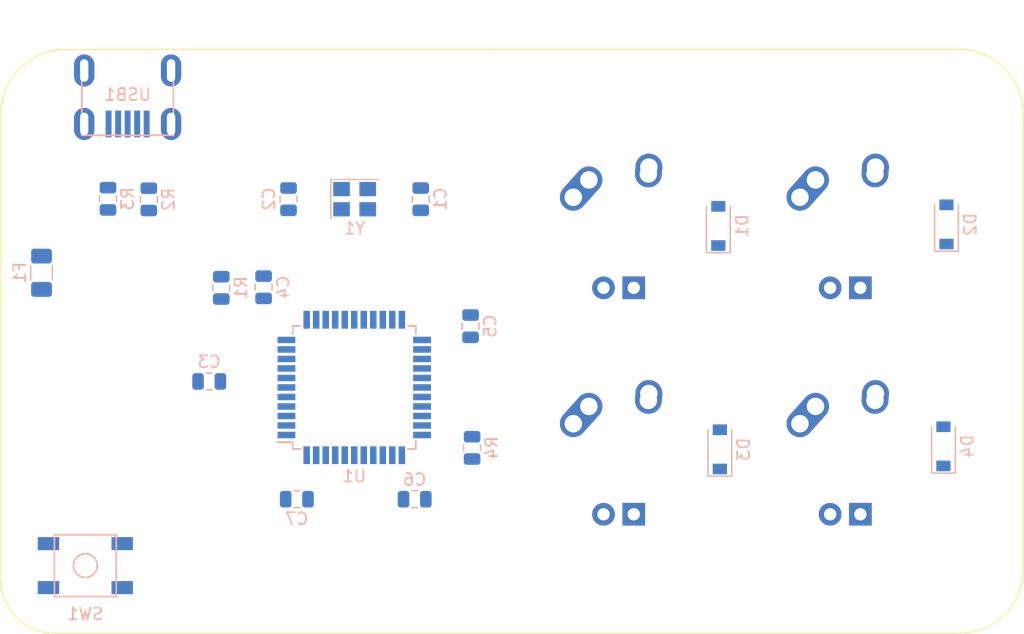
<source format=kicad_pcb>
(kicad_pcb (version 20171130) (host pcbnew "(5.1.4)-1")

  (general
    (thickness 1.6)
    (drawings 8)
    (tracks 0)
    (zones 0)
    (modules 24)
    (nets 47)
  )

  (page A4)
  (layers
    (0 F.Cu signal)
    (31 B.Cu signal)
    (32 B.Adhes user)
    (33 F.Adhes user)
    (34 B.Paste user)
    (35 F.Paste user)
    (36 B.SilkS user)
    (37 F.SilkS user)
    (38 B.Mask user)
    (39 F.Mask user)
    (40 Dwgs.User user)
    (41 Cmts.User user)
    (42 Eco1.User user)
    (43 Eco2.User user)
    (44 Edge.Cuts user)
    (45 Margin user)
    (46 B.CrtYd user)
    (47 F.CrtYd user)
    (48 B.Fab user)
    (49 F.Fab user)
  )

  (setup
    (last_trace_width 0.25)
    (trace_clearance 0.2)
    (zone_clearance 0.508)
    (zone_45_only no)
    (trace_min 0.2)
    (via_size 0.8)
    (via_drill 0.4)
    (via_min_size 0.4)
    (via_min_drill 0.3)
    (uvia_size 0.3)
    (uvia_drill 0.1)
    (uvias_allowed no)
    (uvia_min_size 0.2)
    (uvia_min_drill 0.1)
    (edge_width 0.05)
    (segment_width 0.2)
    (pcb_text_width 0.3)
    (pcb_text_size 1.5 1.5)
    (mod_edge_width 0.12)
    (mod_text_size 1 1)
    (mod_text_width 0.15)
    (pad_size 1.524 1.524)
    (pad_drill 0.762)
    (pad_to_mask_clearance 0.051)
    (solder_mask_min_width 0.25)
    (aux_axis_origin 0 0)
    (visible_elements 7FFFFFFF)
    (pcbplotparams
      (layerselection 0x010fc_ffffffff)
      (usegerberextensions false)
      (usegerberattributes false)
      (usegerberadvancedattributes false)
      (creategerberjobfile false)
      (excludeedgelayer true)
      (linewidth 0.100000)
      (plotframeref false)
      (viasonmask false)
      (mode 1)
      (useauxorigin false)
      (hpglpennumber 1)
      (hpglpenspeed 20)
      (hpglpendiameter 15.000000)
      (psnegative false)
      (psa4output false)
      (plotreference true)
      (plotvalue true)
      (plotinvisibletext false)
      (padsonsilk false)
      (subtractmaskfromsilk false)
      (outputformat 1)
      (mirror false)
      (drillshape 1)
      (scaleselection 1)
      (outputdirectory ""))
  )

  (net 0 "")
  (net 1 GND)
  (net 2 +5V)
  (net 3 "Net-(C2-Pad1)")
  (net 4 "Net-(C3-Pad1)")
  (net 5 "Net-(D1-Pad2)")
  (net 6 ROW0)
  (net 7 "Net-(D2-Pad2)")
  (net 8 ROW1)
  (net 9 "Net-(D3-Pad2)")
  (net 10 "Net-(D4-Pad2)")
  (net 11 VCC)
  (net 12 COL0)
  (net 13 COL1)
  (net 14 D-)
  (net 15 D+)
  (net 16 "Net-(R2-Pad1)")
  (net 17 "Net-(R4-Pad1)")
  (net 18 "Net-(U1-Pad24)")
  (net 19 "Net-(U1-Pad15)")
  (net 20 "Net-(U1-Pad42)")
  (net 21 "Net-(U1-Pad41)")
  (net 22 "Net-(U1-Pad40)")
  (net 23 "Net-(U1-Pad39)")
  (net 24 "Net-(U1-Pad38)")
  (net 25 "Net-(U1-Pad37)")
  (net 26 "Net-(U1-Pad36)")
  (net 27 "Net-(U1-Pad32)")
  (net 28 "Net-(U1-Pad31)")
  (net 29 "Net-(U1-Pad26)")
  (net 30 "Net-(U1-Pad25)")
  (net 31 "Net-(U1-Pad22)")
  (net 32 "Net-(U1-Pad21)")
  (net 33 "Net-(U1-Pad20)")
  (net 34 "Net-(U1-Pad19)")
  (net 35 "Net-(U1-Pad18)")
  (net 36 "Net-(U1-Pad12)")
  (net 37 "Net-(U1-Pad11)")
  (net 38 "Net-(U1-Pad10)")
  (net 39 "Net-(U1-Pad9)")
  (net 40 "Net-(U1-Pad8)")
  (net 41 "Net-(U1-Pad1)")
  (net 42 "Net-(USB1-Pad6)")
  (net 43 "Net-(USB1-Pad2)")
  (net 44 "Net-(C1-Pad1)")
  (net 45 "Net-(R1-Pad2)")
  (net 46 "Net-(R3-Pad1)")

  (net_class Default "This is the default net class."
    (clearance 0.2)
    (trace_width 0.25)
    (via_dia 0.8)
    (via_drill 0.4)
    (uvia_dia 0.3)
    (uvia_drill 0.1)
    (add_net +5V)
    (add_net COL0)
    (add_net COL1)
    (add_net D+)
    (add_net D-)
    (add_net GND)
    (add_net "Net-(C1-Pad1)")
    (add_net "Net-(C2-Pad1)")
    (add_net "Net-(C3-Pad1)")
    (add_net "Net-(D1-Pad2)")
    (add_net "Net-(D2-Pad2)")
    (add_net "Net-(D3-Pad2)")
    (add_net "Net-(D4-Pad2)")
    (add_net "Net-(R1-Pad2)")
    (add_net "Net-(R2-Pad1)")
    (add_net "Net-(R3-Pad1)")
    (add_net "Net-(R4-Pad1)")
    (add_net "Net-(U1-Pad1)")
    (add_net "Net-(U1-Pad10)")
    (add_net "Net-(U1-Pad11)")
    (add_net "Net-(U1-Pad12)")
    (add_net "Net-(U1-Pad15)")
    (add_net "Net-(U1-Pad18)")
    (add_net "Net-(U1-Pad19)")
    (add_net "Net-(U1-Pad20)")
    (add_net "Net-(U1-Pad21)")
    (add_net "Net-(U1-Pad22)")
    (add_net "Net-(U1-Pad24)")
    (add_net "Net-(U1-Pad25)")
    (add_net "Net-(U1-Pad26)")
    (add_net "Net-(U1-Pad31)")
    (add_net "Net-(U1-Pad32)")
    (add_net "Net-(U1-Pad36)")
    (add_net "Net-(U1-Pad37)")
    (add_net "Net-(U1-Pad38)")
    (add_net "Net-(U1-Pad39)")
    (add_net "Net-(U1-Pad40)")
    (add_net "Net-(U1-Pad41)")
    (add_net "Net-(U1-Pad42)")
    (add_net "Net-(U1-Pad8)")
    (add_net "Net-(U1-Pad9)")
    (add_net "Net-(USB1-Pad2)")
    (add_net "Net-(USB1-Pad6)")
    (add_net ROW0)
    (add_net ROW1)
    (add_net VCC)
  )

  (module MX_Alps_Hybrid:MX-1U (layer F.Cu) (tedit 5A9F3A9A) (tstamp 635D44DC)
    (at 112.014 93.599)
    (path /635F22EE)
    (fp_text reference MX4 (at 0 3.175) (layer Dwgs.User)
      (effects (font (size 1 1) (thickness 0.15)))
    )
    (fp_text value MX-NoLED (at 0 -7.9375) (layer Dwgs.User)
      (effects (font (size 1 1) (thickness 0.15)))
    )
    (fp_line (start -9.525 9.525) (end -9.525 -9.525) (layer Dwgs.User) (width 0.15))
    (fp_line (start 9.525 9.525) (end -9.525 9.525) (layer Dwgs.User) (width 0.15))
    (fp_line (start 9.525 -9.525) (end 9.525 9.525) (layer Dwgs.User) (width 0.15))
    (fp_line (start -9.525 -9.525) (end 9.525 -9.525) (layer Dwgs.User) (width 0.15))
    (fp_line (start -7 -7) (end -7 -5) (layer Dwgs.User) (width 0.15))
    (fp_line (start -5 -7) (end -7 -7) (layer Dwgs.User) (width 0.15))
    (fp_line (start -7 7) (end -5 7) (layer Dwgs.User) (width 0.15))
    (fp_line (start -7 5) (end -7 7) (layer Dwgs.User) (width 0.15))
    (fp_line (start 7 7) (end 7 5) (layer Dwgs.User) (width 0.15))
    (fp_line (start 5 7) (end 7 7) (layer Dwgs.User) (width 0.15))
    (fp_line (start 7 -7) (end 7 -5) (layer Dwgs.User) (width 0.15))
    (fp_line (start 5 -7) (end 7 -7) (layer Dwgs.User) (width 0.15))
    (pad "" np_thru_hole circle (at 5.08 0 48.0996) (size 1.75 1.75) (drill 1.75) (layers *.Cu *.Mask))
    (pad "" np_thru_hole circle (at -5.08 0 48.0996) (size 1.75 1.75) (drill 1.75) (layers *.Cu *.Mask))
    (pad 4 thru_hole rect (at 1.27 5.08) (size 1.905 1.905) (drill 1.04) (layers *.Cu B.Mask))
    (pad 3 thru_hole circle (at -1.27 5.08) (size 1.905 1.905) (drill 1.04) (layers *.Cu B.Mask))
    (pad 1 thru_hole circle (at -2.5 -4) (size 2.25 2.25) (drill 1.47) (layers *.Cu B.Mask)
      (net 13 COL1))
    (pad "" np_thru_hole circle (at 0 0) (size 3.9878 3.9878) (drill 3.9878) (layers *.Cu *.Mask))
    (pad 1 thru_hole oval (at -3.81 -2.54 48.0996) (size 4.211556 2.25) (drill 1.47 (offset 0.980778 0)) (layers *.Cu B.Mask)
      (net 13 COL1))
    (pad 2 thru_hole circle (at 2.54 -5.08) (size 2.25 2.25) (drill 1.47) (layers *.Cu B.Mask)
      (net 10 "Net-(D4-Pad2)"))
    (pad 2 thru_hole oval (at 2.5 -4.5 86.0548) (size 2.831378 2.25) (drill 1.47 (offset 0.290689 0)) (layers *.Cu B.Mask)
      (net 10 "Net-(D4-Pad2)"))
  )

  (module MX_Alps_Hybrid:MX-1U (layer F.Cu) (tedit 5A9F3A9A) (tstamp 635D44C3)
    (at 92.964 93.599)
    (path /635F1F43)
    (fp_text reference MX3 (at 0 3.175) (layer Dwgs.User)
      (effects (font (size 1 1) (thickness 0.15)))
    )
    (fp_text value MX-NoLED (at 0 -7.9375) (layer Dwgs.User)
      (effects (font (size 1 1) (thickness 0.15)))
    )
    (fp_line (start -9.525 9.525) (end -9.525 -9.525) (layer Dwgs.User) (width 0.15))
    (fp_line (start 9.525 9.525) (end -9.525 9.525) (layer Dwgs.User) (width 0.15))
    (fp_line (start 9.525 -9.525) (end 9.525 9.525) (layer Dwgs.User) (width 0.15))
    (fp_line (start -9.525 -9.525) (end 9.525 -9.525) (layer Dwgs.User) (width 0.15))
    (fp_line (start -7 -7) (end -7 -5) (layer Dwgs.User) (width 0.15))
    (fp_line (start -5 -7) (end -7 -7) (layer Dwgs.User) (width 0.15))
    (fp_line (start -7 7) (end -5 7) (layer Dwgs.User) (width 0.15))
    (fp_line (start -7 5) (end -7 7) (layer Dwgs.User) (width 0.15))
    (fp_line (start 7 7) (end 7 5) (layer Dwgs.User) (width 0.15))
    (fp_line (start 5 7) (end 7 7) (layer Dwgs.User) (width 0.15))
    (fp_line (start 7 -7) (end 7 -5) (layer Dwgs.User) (width 0.15))
    (fp_line (start 5 -7) (end 7 -7) (layer Dwgs.User) (width 0.15))
    (pad "" np_thru_hole circle (at 5.08 0 48.0996) (size 1.75 1.75) (drill 1.75) (layers *.Cu *.Mask))
    (pad "" np_thru_hole circle (at -5.08 0 48.0996) (size 1.75 1.75) (drill 1.75) (layers *.Cu *.Mask))
    (pad 4 thru_hole rect (at 1.27 5.08) (size 1.905 1.905) (drill 1.04) (layers *.Cu B.Mask))
    (pad 3 thru_hole circle (at -1.27 5.08) (size 1.905 1.905) (drill 1.04) (layers *.Cu B.Mask))
    (pad 1 thru_hole circle (at -2.5 -4) (size 2.25 2.25) (drill 1.47) (layers *.Cu B.Mask)
      (net 12 COL0))
    (pad "" np_thru_hole circle (at 0 0) (size 3.9878 3.9878) (drill 3.9878) (layers *.Cu *.Mask))
    (pad 1 thru_hole oval (at -3.81 -2.54 48.0996) (size 4.211556 2.25) (drill 1.47 (offset 0.980778 0)) (layers *.Cu B.Mask)
      (net 12 COL0))
    (pad 2 thru_hole circle (at 2.54 -5.08) (size 2.25 2.25) (drill 1.47) (layers *.Cu B.Mask)
      (net 9 "Net-(D3-Pad2)"))
    (pad 2 thru_hole oval (at 2.5 -4.5 86.0548) (size 2.831378 2.25) (drill 1.47 (offset 0.290689 0)) (layers *.Cu B.Mask)
      (net 9 "Net-(D3-Pad2)"))
  )

  (module MX_Alps_Hybrid:MX-1U (layer F.Cu) (tedit 5A9F3A9A) (tstamp 635D44AA)
    (at 112.014 74.549)
    (path /635F1509)
    (fp_text reference MX2 (at 0 3.175) (layer Dwgs.User)
      (effects (font (size 1 1) (thickness 0.15)))
    )
    (fp_text value MX-NoLED (at 0 -7.9375) (layer Dwgs.User)
      (effects (font (size 1 1) (thickness 0.15)))
    )
    (fp_line (start -9.525 9.525) (end -9.525 -9.525) (layer Dwgs.User) (width 0.15))
    (fp_line (start 9.525 9.525) (end -9.525 9.525) (layer Dwgs.User) (width 0.15))
    (fp_line (start 9.525 -9.525) (end 9.525 9.525) (layer Dwgs.User) (width 0.15))
    (fp_line (start -9.525 -9.525) (end 9.525 -9.525) (layer Dwgs.User) (width 0.15))
    (fp_line (start -7 -7) (end -7 -5) (layer Dwgs.User) (width 0.15))
    (fp_line (start -5 -7) (end -7 -7) (layer Dwgs.User) (width 0.15))
    (fp_line (start -7 7) (end -5 7) (layer Dwgs.User) (width 0.15))
    (fp_line (start -7 5) (end -7 7) (layer Dwgs.User) (width 0.15))
    (fp_line (start 7 7) (end 7 5) (layer Dwgs.User) (width 0.15))
    (fp_line (start 5 7) (end 7 7) (layer Dwgs.User) (width 0.15))
    (fp_line (start 7 -7) (end 7 -5) (layer Dwgs.User) (width 0.15))
    (fp_line (start 5 -7) (end 7 -7) (layer Dwgs.User) (width 0.15))
    (pad "" np_thru_hole circle (at 5.08 0 48.0996) (size 1.75 1.75) (drill 1.75) (layers *.Cu *.Mask))
    (pad "" np_thru_hole circle (at -5.08 0 48.0996) (size 1.75 1.75) (drill 1.75) (layers *.Cu *.Mask))
    (pad 4 thru_hole rect (at 1.27 5.08) (size 1.905 1.905) (drill 1.04) (layers *.Cu B.Mask))
    (pad 3 thru_hole circle (at -1.27 5.08) (size 1.905 1.905) (drill 1.04) (layers *.Cu B.Mask))
    (pad 1 thru_hole circle (at -2.5 -4) (size 2.25 2.25) (drill 1.47) (layers *.Cu B.Mask)
      (net 13 COL1))
    (pad "" np_thru_hole circle (at 0 0) (size 3.9878 3.9878) (drill 3.9878) (layers *.Cu *.Mask))
    (pad 1 thru_hole oval (at -3.81 -2.54 48.0996) (size 4.211556 2.25) (drill 1.47 (offset 0.980778 0)) (layers *.Cu B.Mask)
      (net 13 COL1))
    (pad 2 thru_hole circle (at 2.54 -5.08) (size 2.25 2.25) (drill 1.47) (layers *.Cu B.Mask)
      (net 7 "Net-(D2-Pad2)"))
    (pad 2 thru_hole oval (at 2.5 -4.5 86.0548) (size 2.831378 2.25) (drill 1.47 (offset 0.290689 0)) (layers *.Cu B.Mask)
      (net 7 "Net-(D2-Pad2)"))
  )

  (module MX_Alps_Hybrid:MX-1U (layer F.Cu) (tedit 5A9F3A9A) (tstamp 635D4491)
    (at 92.964 74.549)
    (path /635F094D)
    (fp_text reference MX1 (at 0 3.175) (layer Dwgs.User)
      (effects (font (size 1 1) (thickness 0.15)))
    )
    (fp_text value MX-NoLED (at 0 -7.9375) (layer Dwgs.User)
      (effects (font (size 1 1) (thickness 0.15)))
    )
    (fp_line (start -9.525 9.525) (end -9.525 -9.525) (layer Dwgs.User) (width 0.15))
    (fp_line (start 9.525 9.525) (end -9.525 9.525) (layer Dwgs.User) (width 0.15))
    (fp_line (start 9.525 -9.525) (end 9.525 9.525) (layer Dwgs.User) (width 0.15))
    (fp_line (start -9.525 -9.525) (end 9.525 -9.525) (layer Dwgs.User) (width 0.15))
    (fp_line (start -7 -7) (end -7 -5) (layer Dwgs.User) (width 0.15))
    (fp_line (start -5 -7) (end -7 -7) (layer Dwgs.User) (width 0.15))
    (fp_line (start -7 7) (end -5 7) (layer Dwgs.User) (width 0.15))
    (fp_line (start -7 5) (end -7 7) (layer Dwgs.User) (width 0.15))
    (fp_line (start 7 7) (end 7 5) (layer Dwgs.User) (width 0.15))
    (fp_line (start 5 7) (end 7 7) (layer Dwgs.User) (width 0.15))
    (fp_line (start 7 -7) (end 7 -5) (layer Dwgs.User) (width 0.15))
    (fp_line (start 5 -7) (end 7 -7) (layer Dwgs.User) (width 0.15))
    (pad "" np_thru_hole circle (at 5.08 0 48.0996) (size 1.75 1.75) (drill 1.75) (layers *.Cu *.Mask))
    (pad "" np_thru_hole circle (at -5.08 0 48.0996) (size 1.75 1.75) (drill 1.75) (layers *.Cu *.Mask))
    (pad 4 thru_hole rect (at 1.27 5.08) (size 1.905 1.905) (drill 1.04) (layers *.Cu B.Mask))
    (pad 3 thru_hole circle (at -1.27 5.08) (size 1.905 1.905) (drill 1.04) (layers *.Cu B.Mask))
    (pad 1 thru_hole circle (at -2.5 -4) (size 2.25 2.25) (drill 1.47) (layers *.Cu B.Mask)
      (net 12 COL0))
    (pad "" np_thru_hole circle (at 0 0) (size 3.9878 3.9878) (drill 3.9878) (layers *.Cu *.Mask))
    (pad 1 thru_hole oval (at -3.81 -2.54 48.0996) (size 4.211556 2.25) (drill 1.47 (offset 0.980778 0)) (layers *.Cu B.Mask)
      (net 12 COL0))
    (pad 2 thru_hole circle (at 2.54 -5.08) (size 2.25 2.25) (drill 1.47) (layers *.Cu B.Mask)
      (net 5 "Net-(D1-Pad2)"))
    (pad 2 thru_hole oval (at 2.5 -4.5 86.0548) (size 2.831378 2.25) (drill 1.47 (offset 0.290689 0)) (layers *.Cu B.Mask)
      (net 5 "Net-(D1-Pad2)"))
  )

  (module Diode_SMD:D_SOD-123 (layer B.Cu) (tedit 58645DC7) (tstamp 635D4458)
    (at 120.269 92.964 90)
    (descr SOD-123)
    (tags SOD-123)
    (path /63610A6A)
    (attr smd)
    (fp_text reference D4 (at 0 2 -90) (layer B.SilkS)
      (effects (font (size 1 1) (thickness 0.15)) (justify mirror))
    )
    (fp_text value SOD-123 (at 0 -2.1 -90) (layer B.Fab)
      (effects (font (size 1 1) (thickness 0.15)) (justify mirror))
    )
    (fp_line (start -2.25 1) (end 1.65 1) (layer B.SilkS) (width 0.12))
    (fp_line (start -2.25 -1) (end 1.65 -1) (layer B.SilkS) (width 0.12))
    (fp_line (start -2.35 1.15) (end -2.35 -1.15) (layer B.CrtYd) (width 0.05))
    (fp_line (start 2.35 -1.15) (end -2.35 -1.15) (layer B.CrtYd) (width 0.05))
    (fp_line (start 2.35 1.15) (end 2.35 -1.15) (layer B.CrtYd) (width 0.05))
    (fp_line (start -2.35 1.15) (end 2.35 1.15) (layer B.CrtYd) (width 0.05))
    (fp_line (start -1.4 0.9) (end 1.4 0.9) (layer B.Fab) (width 0.1))
    (fp_line (start 1.4 0.9) (end 1.4 -0.9) (layer B.Fab) (width 0.1))
    (fp_line (start 1.4 -0.9) (end -1.4 -0.9) (layer B.Fab) (width 0.1))
    (fp_line (start -1.4 -0.9) (end -1.4 0.9) (layer B.Fab) (width 0.1))
    (fp_line (start -0.75 0) (end -0.35 0) (layer B.Fab) (width 0.1))
    (fp_line (start -0.35 0) (end -0.35 0.55) (layer B.Fab) (width 0.1))
    (fp_line (start -0.35 0) (end -0.35 -0.55) (layer B.Fab) (width 0.1))
    (fp_line (start -0.35 0) (end 0.25 0.4) (layer B.Fab) (width 0.1))
    (fp_line (start 0.25 0.4) (end 0.25 -0.4) (layer B.Fab) (width 0.1))
    (fp_line (start 0.25 -0.4) (end -0.35 0) (layer B.Fab) (width 0.1))
    (fp_line (start 0.25 0) (end 0.75 0) (layer B.Fab) (width 0.1))
    (fp_line (start -2.25 1) (end -2.25 -1) (layer B.SilkS) (width 0.12))
    (fp_text user %R (at 0 2 -90) (layer B.Fab)
      (effects (font (size 1 1) (thickness 0.15)) (justify mirror))
    )
    (pad 2 smd rect (at 1.65 0 90) (size 0.9 1.2) (layers B.Cu B.Paste B.Mask)
      (net 10 "Net-(D4-Pad2)"))
    (pad 1 smd rect (at -1.65 0 90) (size 0.9 1.2) (layers B.Cu B.Paste B.Mask)
      (net 8 ROW1))
    (model ${KISYS3DMOD}/Diode_SMD.3dshapes/D_SOD-123.wrl
      (at (xyz 0 0 0))
      (scale (xyz 1 1 1))
      (rotate (xyz 0 0 0))
    )
  )

  (module Diode_SMD:D_SOD-123 (layer B.Cu) (tedit 58645DC7) (tstamp 635D443F)
    (at 101.473 93.218 90)
    (descr SOD-123)
    (tags SOD-123)
    (path /63610FEF)
    (attr smd)
    (fp_text reference D3 (at 0 2 270) (layer B.SilkS)
      (effects (font (size 1 1) (thickness 0.15)) (justify mirror))
    )
    (fp_text value D_Small (at 0 -2.1 270) (layer B.Fab)
      (effects (font (size 1 1) (thickness 0.15)) (justify mirror))
    )
    (fp_line (start -2.25 1) (end 1.65 1) (layer B.SilkS) (width 0.12))
    (fp_line (start -2.25 -1) (end 1.65 -1) (layer B.SilkS) (width 0.12))
    (fp_line (start -2.35 1.15) (end -2.35 -1.15) (layer B.CrtYd) (width 0.05))
    (fp_line (start 2.35 -1.15) (end -2.35 -1.15) (layer B.CrtYd) (width 0.05))
    (fp_line (start 2.35 1.15) (end 2.35 -1.15) (layer B.CrtYd) (width 0.05))
    (fp_line (start -2.35 1.15) (end 2.35 1.15) (layer B.CrtYd) (width 0.05))
    (fp_line (start -1.4 0.9) (end 1.4 0.9) (layer B.Fab) (width 0.1))
    (fp_line (start 1.4 0.9) (end 1.4 -0.9) (layer B.Fab) (width 0.1))
    (fp_line (start 1.4 -0.9) (end -1.4 -0.9) (layer B.Fab) (width 0.1))
    (fp_line (start -1.4 -0.9) (end -1.4 0.9) (layer B.Fab) (width 0.1))
    (fp_line (start -0.75 0) (end -0.35 0) (layer B.Fab) (width 0.1))
    (fp_line (start -0.35 0) (end -0.35 0.55) (layer B.Fab) (width 0.1))
    (fp_line (start -0.35 0) (end -0.35 -0.55) (layer B.Fab) (width 0.1))
    (fp_line (start -0.35 0) (end 0.25 0.4) (layer B.Fab) (width 0.1))
    (fp_line (start 0.25 0.4) (end 0.25 -0.4) (layer B.Fab) (width 0.1))
    (fp_line (start 0.25 -0.4) (end -0.35 0) (layer B.Fab) (width 0.1))
    (fp_line (start 0.25 0) (end 0.75 0) (layer B.Fab) (width 0.1))
    (fp_line (start -2.25 1) (end -2.25 -1) (layer B.SilkS) (width 0.12))
    (fp_text user %R (at 0 2 270) (layer B.Fab)
      (effects (font (size 1 1) (thickness 0.15)) (justify mirror))
    )
    (pad 2 smd rect (at 1.65 0 90) (size 0.9 1.2) (layers B.Cu B.Paste B.Mask)
      (net 9 "Net-(D3-Pad2)"))
    (pad 1 smd rect (at -1.65 0 90) (size 0.9 1.2) (layers B.Cu B.Paste B.Mask)
      (net 8 ROW1))
    (model ${KISYS3DMOD}/Diode_SMD.3dshapes/D_SOD-123.wrl
      (at (xyz 0 0 0))
      (scale (xyz 1 1 1))
      (rotate (xyz 0 0 0))
    )
  )

  (module Diode_SMD:D_SOD-123 (layer B.Cu) (tedit 58645DC7) (tstamp 635D4426)
    (at 120.523 74.295 90)
    (descr SOD-123)
    (tags SOD-123)
    (path /636104B9)
    (attr smd)
    (fp_text reference D2 (at 0 2 270) (layer B.SilkS)
      (effects (font (size 1 1) (thickness 0.15)) (justify mirror))
    )
    (fp_text value SOD-123 (at 0 -2.1 270) (layer B.Fab)
      (effects (font (size 1 1) (thickness 0.15)) (justify mirror))
    )
    (fp_line (start -2.25 1) (end 1.65 1) (layer B.SilkS) (width 0.12))
    (fp_line (start -2.25 -1) (end 1.65 -1) (layer B.SilkS) (width 0.12))
    (fp_line (start -2.35 1.15) (end -2.35 -1.15) (layer B.CrtYd) (width 0.05))
    (fp_line (start 2.35 -1.15) (end -2.35 -1.15) (layer B.CrtYd) (width 0.05))
    (fp_line (start 2.35 1.15) (end 2.35 -1.15) (layer B.CrtYd) (width 0.05))
    (fp_line (start -2.35 1.15) (end 2.35 1.15) (layer B.CrtYd) (width 0.05))
    (fp_line (start -1.4 0.9) (end 1.4 0.9) (layer B.Fab) (width 0.1))
    (fp_line (start 1.4 0.9) (end 1.4 -0.9) (layer B.Fab) (width 0.1))
    (fp_line (start 1.4 -0.9) (end -1.4 -0.9) (layer B.Fab) (width 0.1))
    (fp_line (start -1.4 -0.9) (end -1.4 0.9) (layer B.Fab) (width 0.1))
    (fp_line (start -0.75 0) (end -0.35 0) (layer B.Fab) (width 0.1))
    (fp_line (start -0.35 0) (end -0.35 0.55) (layer B.Fab) (width 0.1))
    (fp_line (start -0.35 0) (end -0.35 -0.55) (layer B.Fab) (width 0.1))
    (fp_line (start -0.35 0) (end 0.25 0.4) (layer B.Fab) (width 0.1))
    (fp_line (start 0.25 0.4) (end 0.25 -0.4) (layer B.Fab) (width 0.1))
    (fp_line (start 0.25 -0.4) (end -0.35 0) (layer B.Fab) (width 0.1))
    (fp_line (start 0.25 0) (end 0.75 0) (layer B.Fab) (width 0.1))
    (fp_line (start -2.25 1) (end -2.25 -1) (layer B.SilkS) (width 0.12))
    (fp_text user %R (at 0 2 270) (layer B.Fab)
      (effects (font (size 1 1) (thickness 0.15)) (justify mirror))
    )
    (pad 2 smd rect (at 1.65 0 90) (size 0.9 1.2) (layers B.Cu B.Paste B.Mask)
      (net 7 "Net-(D2-Pad2)"))
    (pad 1 smd rect (at -1.65 0 90) (size 0.9 1.2) (layers B.Cu B.Paste B.Mask)
      (net 6 ROW0))
    (model ${KISYS3DMOD}/Diode_SMD.3dshapes/D_SOD-123.wrl
      (at (xyz 0 0 0))
      (scale (xyz 1 1 1))
      (rotate (xyz 0 0 0))
    )
  )

  (module Diode_SMD:D_SOD-123 (layer B.Cu) (tedit 58645DC7) (tstamp 635D440D)
    (at 101.346 74.422 90)
    (descr SOD-123)
    (tags SOD-123)
    (path /635F4833)
    (attr smd)
    (fp_text reference D1 (at 0 2 270) (layer B.SilkS)
      (effects (font (size 1 1) (thickness 0.15)) (justify mirror))
    )
    (fp_text value SOD-123 (at 0 -2.1 270) (layer B.Fab)
      (effects (font (size 1 1) (thickness 0.15)) (justify mirror))
    )
    (fp_line (start -2.25 1) (end 1.65 1) (layer B.SilkS) (width 0.12))
    (fp_line (start -2.25 -1) (end 1.65 -1) (layer B.SilkS) (width 0.12))
    (fp_line (start -2.35 1.15) (end -2.35 -1.15) (layer B.CrtYd) (width 0.05))
    (fp_line (start 2.35 -1.15) (end -2.35 -1.15) (layer B.CrtYd) (width 0.05))
    (fp_line (start 2.35 1.15) (end 2.35 -1.15) (layer B.CrtYd) (width 0.05))
    (fp_line (start -2.35 1.15) (end 2.35 1.15) (layer B.CrtYd) (width 0.05))
    (fp_line (start -1.4 0.9) (end 1.4 0.9) (layer B.Fab) (width 0.1))
    (fp_line (start 1.4 0.9) (end 1.4 -0.9) (layer B.Fab) (width 0.1))
    (fp_line (start 1.4 -0.9) (end -1.4 -0.9) (layer B.Fab) (width 0.1))
    (fp_line (start -1.4 -0.9) (end -1.4 0.9) (layer B.Fab) (width 0.1))
    (fp_line (start -0.75 0) (end -0.35 0) (layer B.Fab) (width 0.1))
    (fp_line (start -0.35 0) (end -0.35 0.55) (layer B.Fab) (width 0.1))
    (fp_line (start -0.35 0) (end -0.35 -0.55) (layer B.Fab) (width 0.1))
    (fp_line (start -0.35 0) (end 0.25 0.4) (layer B.Fab) (width 0.1))
    (fp_line (start 0.25 0.4) (end 0.25 -0.4) (layer B.Fab) (width 0.1))
    (fp_line (start 0.25 -0.4) (end -0.35 0) (layer B.Fab) (width 0.1))
    (fp_line (start 0.25 0) (end 0.75 0) (layer B.Fab) (width 0.1))
    (fp_line (start -2.25 1) (end -2.25 -1) (layer B.SilkS) (width 0.12))
    (fp_text user %R (at 0 2 270) (layer B.Fab)
      (effects (font (size 1 1) (thickness 0.15)) (justify mirror))
    )
    (pad 2 smd rect (at 1.65 0 90) (size 0.9 1.2) (layers B.Cu B.Paste B.Mask)
      (net 5 "Net-(D1-Pad2)"))
    (pad 1 smd rect (at -1.65 0 90) (size 0.9 1.2) (layers B.Cu B.Paste B.Mask)
      (net 6 ROW0))
    (model ${KISYS3DMOD}/Diode_SMD.3dshapes/D_SOD-123.wrl
      (at (xyz 0 0 0))
      (scale (xyz 1 1 1))
      (rotate (xyz 0 0 0))
    )
  )

  (module Crystal:Crystal_SMD_3225-4Pin_3.2x2.5mm (layer B.Cu) (tedit 5A0FD1B2) (tstamp 635C8020)
    (at 70.77075 72.16775)
    (descr "SMD Crystal SERIES SMD3225/4 http://www.txccrystal.com/images/pdf/7m-accuracy.pdf, 3.2x2.5mm^2 package")
    (tags "SMD SMT crystal")
    (path /635D8365)
    (attr smd)
    (fp_text reference Y1 (at 0 2.45) (layer B.SilkS)
      (effects (font (size 1 1) (thickness 0.15)) (justify mirror))
    )
    (fp_text value 16MHz (at 0 -2.45) (layer B.Fab)
      (effects (font (size 1 1) (thickness 0.15)) (justify mirror))
    )
    (fp_line (start 2.1 1.7) (end -2.1 1.7) (layer B.CrtYd) (width 0.05))
    (fp_line (start 2.1 -1.7) (end 2.1 1.7) (layer B.CrtYd) (width 0.05))
    (fp_line (start -2.1 -1.7) (end 2.1 -1.7) (layer B.CrtYd) (width 0.05))
    (fp_line (start -2.1 1.7) (end -2.1 -1.7) (layer B.CrtYd) (width 0.05))
    (fp_line (start -2 -1.65) (end 2 -1.65) (layer B.SilkS) (width 0.12))
    (fp_line (start -2 1.65) (end -2 -1.65) (layer B.SilkS) (width 0.12))
    (fp_line (start -1.6 -0.25) (end -0.6 -1.25) (layer B.Fab) (width 0.1))
    (fp_line (start 1.6 1.25) (end -1.6 1.25) (layer B.Fab) (width 0.1))
    (fp_line (start 1.6 -1.25) (end 1.6 1.25) (layer B.Fab) (width 0.1))
    (fp_line (start -1.6 -1.25) (end 1.6 -1.25) (layer B.Fab) (width 0.1))
    (fp_line (start -1.6 1.25) (end -1.6 -1.25) (layer B.Fab) (width 0.1))
    (fp_text user %R (at 0 0) (layer B.Fab)
      (effects (font (size 0.7 0.7) (thickness 0.105)) (justify mirror))
    )
    (pad 4 smd rect (at -1.1 0.85) (size 1.4 1.2) (layers B.Cu B.Paste B.Mask)
      (net 1 GND))
    (pad 3 smd rect (at 1.1 0.85) (size 1.4 1.2) (layers B.Cu B.Paste B.Mask)
      (net 3 "Net-(C2-Pad1)"))
    (pad 2 smd rect (at 1.1 -0.85) (size 1.4 1.2) (layers B.Cu B.Paste B.Mask)
      (net 1 GND))
    (pad 1 smd rect (at -1.1 -0.85) (size 1.4 1.2) (layers B.Cu B.Paste B.Mask)
      (net 44 "Net-(C1-Pad1)"))
    (model ${KISYS3DMOD}/Crystal.3dshapes/Crystal_SMD_3225-4Pin_3.2x2.5mm.wrl
      (at (xyz 0 0 0))
      (scale (xyz 1 1 1))
      (rotate (xyz 0 0 0))
    )
  )

  (module random-keyboard-parts:Molex-0548190589 (layer B.Cu) (tedit 5C494815) (tstamp 635C800C)
    (at 51.689 61.341 270)
    (path /635C9A22)
    (attr smd)
    (fp_text reference USB1 (at 2.032 0) (layer B.SilkS)
      (effects (font (size 1 1) (thickness 0.15)) (justify mirror))
    )
    (fp_text value Molex-0548190589 (at -5.08 0) (layer Dwgs.User)
      (effects (font (size 1 1) (thickness 0.15)))
    )
    (fp_text user %R (at 2 0) (layer B.CrtYd)
      (effects (font (size 1 1) (thickness 0.15)) (justify mirror))
    )
    (fp_line (start 3.25 1.25) (end 5.5 1.25) (layer B.CrtYd) (width 0.15))
    (fp_line (start 5.5 0.5) (end 3.25 0.5) (layer B.CrtYd) (width 0.15))
    (fp_line (start 3.25 -0.5) (end 5.5 -0.5) (layer B.CrtYd) (width 0.15))
    (fp_line (start 5.5 -1.25) (end 3.25 -1.25) (layer B.CrtYd) (width 0.15))
    (fp_line (start 3.25 -2) (end 5.5 -2) (layer B.CrtYd) (width 0.15))
    (fp_line (start 3.25 2) (end 3.25 -2) (layer B.CrtYd) (width 0.15))
    (fp_line (start 5.5 2) (end 3.25 2) (layer B.CrtYd) (width 0.15))
    (fp_line (start -3.75 -3.75) (end -3.75 3.75) (layer B.CrtYd) (width 0.15))
    (fp_line (start 5.5 -3.75) (end -3.75 -3.75) (layer B.CrtYd) (width 0.15))
    (fp_line (start 5.5 3.75) (end 5.5 -3.75) (layer B.CrtYd) (width 0.15))
    (fp_line (start -3.75 3.75) (end 5.5 3.75) (layer B.CrtYd) (width 0.15))
    (fp_line (start 0 3.85) (end 5.45 3.85) (layer B.SilkS) (width 0.15))
    (fp_line (start 0 -3.85) (end 5.45 -3.85) (layer B.SilkS) (width 0.15))
    (fp_line (start 5.45 3.85) (end 5.45 -3.85) (layer B.SilkS) (width 0.15))
    (fp_line (start -3.75 3.85) (end 0 3.85) (layer Dwgs.User) (width 0.15))
    (fp_line (start -3.75 -3.85) (end 0 -3.85) (layer Dwgs.User) (width 0.15))
    (fp_line (start -1.75 4.572) (end -1.75 -4.572) (layer Dwgs.User) (width 0.15))
    (fp_line (start -3.75 3.85) (end -3.75 -3.85) (layer Dwgs.User) (width 0.15))
    (pad 6 thru_hole oval (at 0 3.65 270) (size 2.7 1.7) (drill oval 1.9 0.7) (layers *.Cu *.Mask)
      (net 42 "Net-(USB1-Pad6)"))
    (pad 6 thru_hole oval (at 0 -3.65 270) (size 2.7 1.7) (drill oval 1.9 0.7) (layers *.Cu *.Mask)
      (net 42 "Net-(USB1-Pad6)"))
    (pad 6 thru_hole oval (at 4.5 -3.65 270) (size 2.7 1.7) (drill oval 1.9 0.7) (layers *.Cu *.Mask)
      (net 42 "Net-(USB1-Pad6)"))
    (pad 6 thru_hole oval (at 4.5 3.65 270) (size 2.7 1.7) (drill oval 1.9 0.7) (layers *.Cu *.Mask)
      (net 42 "Net-(USB1-Pad6)"))
    (pad 5 smd rect (at 4.5 1.6 270) (size 2.25 0.5) (layers B.Cu B.Paste B.Mask)
      (net 11 VCC))
    (pad 4 smd rect (at 4.5 0.8 270) (size 2.25 0.5) (layers B.Cu B.Paste B.Mask)
      (net 14 D-))
    (pad 3 smd rect (at 4.5 0 270) (size 2.25 0.5) (layers B.Cu B.Paste B.Mask)
      (net 15 D+))
    (pad 2 smd rect (at 4.5 -0.8 270) (size 2.25 0.5) (layers B.Cu B.Paste B.Mask)
      (net 43 "Net-(USB1-Pad2)"))
    (pad 1 smd rect (at 4.5 -1.6 270) (size 2.25 0.5) (layers B.Cu B.Paste B.Mask)
      (net 1 GND))
  )

  (module Package_QFP:TQFP-44_10x10mm_P0.8mm (layer B.Cu) (tedit 5A02F146) (tstamp 635C7FEC)
    (at 70.739 88.011)
    (descr "44-Lead Plastic Thin Quad Flatpack (PT) - 10x10x1.0 mm Body [TQFP] (see Microchip Packaging Specification 00000049BS.pdf)")
    (tags "QFP 0.8")
    (path /635BE084)
    (attr smd)
    (fp_text reference U1 (at 0 7.45) (layer B.SilkS)
      (effects (font (size 1 1) (thickness 0.15)) (justify mirror))
    )
    (fp_text value ATmega32U4-AU (at 0 -7.45) (layer B.Fab)
      (effects (font (size 1 1) (thickness 0.15)) (justify mirror))
    )
    (fp_line (start -5.175 4.6) (end -6.45 4.6) (layer B.SilkS) (width 0.15))
    (fp_line (start 5.175 5.175) (end 4.5 5.175) (layer B.SilkS) (width 0.15))
    (fp_line (start 5.175 -5.175) (end 4.5 -5.175) (layer B.SilkS) (width 0.15))
    (fp_line (start -5.175 -5.175) (end -4.5 -5.175) (layer B.SilkS) (width 0.15))
    (fp_line (start -5.175 5.175) (end -4.5 5.175) (layer B.SilkS) (width 0.15))
    (fp_line (start -5.175 -5.175) (end -5.175 -4.5) (layer B.SilkS) (width 0.15))
    (fp_line (start 5.175 -5.175) (end 5.175 -4.5) (layer B.SilkS) (width 0.15))
    (fp_line (start 5.175 5.175) (end 5.175 4.5) (layer B.SilkS) (width 0.15))
    (fp_line (start -5.175 5.175) (end -5.175 4.6) (layer B.SilkS) (width 0.15))
    (fp_line (start -6.7 -6.7) (end 6.7 -6.7) (layer B.CrtYd) (width 0.05))
    (fp_line (start -6.7 6.7) (end 6.7 6.7) (layer B.CrtYd) (width 0.05))
    (fp_line (start 6.7 6.7) (end 6.7 -6.7) (layer B.CrtYd) (width 0.05))
    (fp_line (start -6.7 6.7) (end -6.7 -6.7) (layer B.CrtYd) (width 0.05))
    (fp_line (start -5 4) (end -4 5) (layer B.Fab) (width 0.15))
    (fp_line (start -5 -5) (end -5 4) (layer B.Fab) (width 0.15))
    (fp_line (start 5 -5) (end -5 -5) (layer B.Fab) (width 0.15))
    (fp_line (start 5 5) (end 5 -5) (layer B.Fab) (width 0.15))
    (fp_line (start -4 5) (end 5 5) (layer B.Fab) (width 0.15))
    (fp_text user %R (at 0 0) (layer B.Fab)
      (effects (font (size 1 1) (thickness 0.15)) (justify mirror))
    )
    (pad 44 smd rect (at -4 5.7 270) (size 1.5 0.55) (layers B.Cu B.Paste B.Mask)
      (net 18 "Net-(U1-Pad24)"))
    (pad 43 smd rect (at -3.2 5.7 270) (size 1.5 0.55) (layers B.Cu B.Paste B.Mask)
      (net 19 "Net-(U1-Pad15)"))
    (pad 42 smd rect (at -2.4 5.7 270) (size 1.5 0.55) (layers B.Cu B.Paste B.Mask)
      (net 20 "Net-(U1-Pad42)"))
    (pad 41 smd rect (at -1.6 5.7 270) (size 1.5 0.55) (layers B.Cu B.Paste B.Mask)
      (net 21 "Net-(U1-Pad41)"))
    (pad 40 smd rect (at -0.8 5.7 270) (size 1.5 0.55) (layers B.Cu B.Paste B.Mask)
      (net 22 "Net-(U1-Pad40)"))
    (pad 39 smd rect (at 0 5.7 270) (size 1.5 0.55) (layers B.Cu B.Paste B.Mask)
      (net 23 "Net-(U1-Pad39)"))
    (pad 38 smd rect (at 0.8 5.7 270) (size 1.5 0.55) (layers B.Cu B.Paste B.Mask)
      (net 24 "Net-(U1-Pad38)"))
    (pad 37 smd rect (at 1.6 5.7 270) (size 1.5 0.55) (layers B.Cu B.Paste B.Mask)
      (net 25 "Net-(U1-Pad37)"))
    (pad 36 smd rect (at 2.4 5.7 270) (size 1.5 0.55) (layers B.Cu B.Paste B.Mask)
      (net 26 "Net-(U1-Pad36)"))
    (pad 35 smd rect (at 3.2 5.7 270) (size 1.5 0.55) (layers B.Cu B.Paste B.Mask)
      (net 19 "Net-(U1-Pad15)"))
    (pad 34 smd rect (at 4 5.7 270) (size 1.5 0.55) (layers B.Cu B.Paste B.Mask)
      (net 2 +5V))
    (pad 33 smd rect (at 5.7 4) (size 1.5 0.55) (layers B.Cu B.Paste B.Mask)
      (net 17 "Net-(R4-Pad1)"))
    (pad 32 smd rect (at 5.7 3.2) (size 1.5 0.55) (layers B.Cu B.Paste B.Mask)
      (net 27 "Net-(U1-Pad32)"))
    (pad 31 smd rect (at 5.7 2.4) (size 1.5 0.55) (layers B.Cu B.Paste B.Mask)
      (net 28 "Net-(U1-Pad31)"))
    (pad 30 smd rect (at 5.7 1.6) (size 1.5 0.55) (layers B.Cu B.Paste B.Mask)
      (net 8 ROW1))
    (pad 29 smd rect (at 5.7 0.8) (size 1.5 0.55) (layers B.Cu B.Paste B.Mask)
      (net 12 COL0))
    (pad 28 smd rect (at 5.7 0) (size 1.5 0.55) (layers B.Cu B.Paste B.Mask)
      (net 13 COL1))
    (pad 27 smd rect (at 5.7 -0.8) (size 1.5 0.55) (layers B.Cu B.Paste B.Mask)
      (net 6 ROW0))
    (pad 26 smd rect (at 5.7 -1.6) (size 1.5 0.55) (layers B.Cu B.Paste B.Mask)
      (net 29 "Net-(U1-Pad26)"))
    (pad 25 smd rect (at 5.7 -2.4) (size 1.5 0.55) (layers B.Cu B.Paste B.Mask)
      (net 30 "Net-(U1-Pad25)"))
    (pad 24 smd rect (at 5.7 -3.2) (size 1.5 0.55) (layers B.Cu B.Paste B.Mask)
      (net 18 "Net-(U1-Pad24)"))
    (pad 23 smd rect (at 5.7 -4) (size 1.5 0.55) (layers B.Cu B.Paste B.Mask)
      (net 19 "Net-(U1-Pad15)"))
    (pad 22 smd rect (at 4 -5.7 270) (size 1.5 0.55) (layers B.Cu B.Paste B.Mask)
      (net 31 "Net-(U1-Pad22)"))
    (pad 21 smd rect (at 3.2 -5.7 270) (size 1.5 0.55) (layers B.Cu B.Paste B.Mask)
      (net 32 "Net-(U1-Pad21)"))
    (pad 20 smd rect (at 2.4 -5.7 270) (size 1.5 0.55) (layers B.Cu B.Paste B.Mask)
      (net 33 "Net-(U1-Pad20)"))
    (pad 19 smd rect (at 1.6 -5.7 270) (size 1.5 0.55) (layers B.Cu B.Paste B.Mask)
      (net 34 "Net-(U1-Pad19)"))
    (pad 18 smd rect (at 0.8 -5.7 270) (size 1.5 0.55) (layers B.Cu B.Paste B.Mask)
      (net 35 "Net-(U1-Pad18)"))
    (pad 17 smd rect (at 0 -5.7 270) (size 1.5 0.55) (layers B.Cu B.Paste B.Mask)
      (net 44 "Net-(C1-Pad1)"))
    (pad 16 smd rect (at -0.8 -5.7 270) (size 1.5 0.55) (layers B.Cu B.Paste B.Mask)
      (net 3 "Net-(C2-Pad1)"))
    (pad 15 smd rect (at -1.6 -5.7 270) (size 1.5 0.55) (layers B.Cu B.Paste B.Mask)
      (net 19 "Net-(U1-Pad15)"))
    (pad 14 smd rect (at -2.4 -5.7 270) (size 1.5 0.55) (layers B.Cu B.Paste B.Mask)
      (net 2 +5V))
    (pad 13 smd rect (at -3.2 -5.7 270) (size 1.5 0.55) (layers B.Cu B.Paste B.Mask)
      (net 45 "Net-(R1-Pad2)"))
    (pad 12 smd rect (at -4 -5.7 270) (size 1.5 0.55) (layers B.Cu B.Paste B.Mask)
      (net 36 "Net-(U1-Pad12)"))
    (pad 11 smd rect (at -5.7 -4) (size 1.5 0.55) (layers B.Cu B.Paste B.Mask)
      (net 37 "Net-(U1-Pad11)"))
    (pad 10 smd rect (at -5.7 -3.2) (size 1.5 0.55) (layers B.Cu B.Paste B.Mask)
      (net 38 "Net-(U1-Pad10)"))
    (pad 9 smd rect (at -5.7 -2.4) (size 1.5 0.55) (layers B.Cu B.Paste B.Mask)
      (net 39 "Net-(U1-Pad9)"))
    (pad 8 smd rect (at -5.7 -1.6) (size 1.5 0.55) (layers B.Cu B.Paste B.Mask)
      (net 40 "Net-(U1-Pad8)"))
    (pad 7 smd rect (at -5.7 -0.8) (size 1.5 0.55) (layers B.Cu B.Paste B.Mask)
      (net 2 +5V))
    (pad 6 smd rect (at -5.7 0) (size 1.5 0.55) (layers B.Cu B.Paste B.Mask)
      (net 4 "Net-(C3-Pad1)"))
    (pad 5 smd rect (at -5.7 0.8) (size 1.5 0.55) (layers B.Cu B.Paste B.Mask)
      (net 1 GND))
    (pad 4 smd rect (at -5.7 1.6) (size 1.5 0.55) (layers B.Cu B.Paste B.Mask)
      (net 16 "Net-(R2-Pad1)"))
    (pad 3 smd rect (at -5.7 2.4) (size 1.5 0.55) (layers B.Cu B.Paste B.Mask)
      (net 46 "Net-(R3-Pad1)"))
    (pad 2 smd rect (at -5.7 3.2) (size 1.5 0.55) (layers B.Cu B.Paste B.Mask)
      (net 2 +5V))
    (pad 1 smd rect (at -5.7 4) (size 1.5 0.55) (layers B.Cu B.Paste B.Mask)
      (net 41 "Net-(U1-Pad1)"))
    (model ${KISYS3DMOD}/Package_QFP.3dshapes/TQFP-44_10x10mm_P0.8mm.wrl
      (at (xyz 0 0 0))
      (scale (xyz 1 1 1))
      (rotate (xyz 0 0 0))
    )
  )

  (module random-keyboard-parts:SKQG-1155865 (layer B.Cu) (tedit 5E62B398) (tstamp 635C7FA9)
    (at 48.133 102.997 180)
    (path /63613346)
    (attr smd)
    (fp_text reference SW1 (at 0 -4.064) (layer B.SilkS)
      (effects (font (size 1 1) (thickness 0.15)) (justify mirror))
    )
    (fp_text value SW_Push (at 0 4.064) (layer B.Fab)
      (effects (font (size 1 1) (thickness 0.15)) (justify mirror))
    )
    (fp_line (start -2.6 2.6) (end 2.6 2.6) (layer B.SilkS) (width 0.15))
    (fp_line (start 2.6 2.6) (end 2.6 -2.6) (layer B.SilkS) (width 0.15))
    (fp_line (start 2.6 -2.6) (end -2.6 -2.6) (layer B.SilkS) (width 0.15))
    (fp_line (start -2.6 -2.6) (end -2.6 2.6) (layer B.SilkS) (width 0.15))
    (fp_circle (center 0 0) (end 1 0) (layer B.SilkS) (width 0.15))
    (fp_line (start -4.2 2.6) (end 4.2 2.6) (layer B.Fab) (width 0.15))
    (fp_line (start 4.2 2.6) (end 4.2 1.2) (layer B.Fab) (width 0.15))
    (fp_line (start 4.2 1.1) (end 2.6 1.1) (layer B.Fab) (width 0.15))
    (fp_line (start 2.6 1.1) (end 2.6 -1.1) (layer B.Fab) (width 0.15))
    (fp_line (start 2.6 -1.1) (end 4.2 -1.1) (layer B.Fab) (width 0.15))
    (fp_line (start 4.2 -1.1) (end 4.2 -2.6) (layer B.Fab) (width 0.15))
    (fp_line (start 4.2 -2.6) (end -4.2 -2.6) (layer B.Fab) (width 0.15))
    (fp_line (start -4.2 -2.6) (end -4.2 -1.1) (layer B.Fab) (width 0.15))
    (fp_line (start -4.2 -1.1) (end -2.6 -1.1) (layer B.Fab) (width 0.15))
    (fp_line (start -2.6 -1.1) (end -2.6 1.1) (layer B.Fab) (width 0.15))
    (fp_line (start -2.6 1.1) (end -4.2 1.1) (layer B.Fab) (width 0.15))
    (fp_line (start -4.2 1.1) (end -4.2 2.6) (layer B.Fab) (width 0.15))
    (fp_circle (center 0 0) (end 1 0) (layer B.Fab) (width 0.15))
    (fp_line (start -2.6 1.1) (end -1.1 2.6) (layer B.Fab) (width 0.15))
    (fp_line (start 2.6 1.1) (end 1.1 2.6) (layer B.Fab) (width 0.15))
    (fp_line (start 2.6 -1.1) (end 1.1 -2.6) (layer B.Fab) (width 0.15))
    (fp_line (start -2.6 -1.1) (end -1.1 -2.6) (layer B.Fab) (width 0.15))
    (pad 4 smd rect (at -3.1 -1.85 180) (size 1.8 1.1) (layers B.Cu B.Paste B.Mask))
    (pad 3 smd rect (at 3.1 1.85 180) (size 1.8 1.1) (layers B.Cu B.Paste B.Mask))
    (pad 2 smd rect (at -3.1 1.85 180) (size 1.8 1.1) (layers B.Cu B.Paste B.Mask)
      (net 45 "Net-(R1-Pad2)"))
    (pad 1 smd rect (at 3.1 -1.85 180) (size 1.8 1.1) (layers B.Cu B.Paste B.Mask)
      (net 1 GND))
    (model ${KISYS3DMOD}/Button_Switch_SMD.3dshapes/SW_SPST_TL3342.step
      (at (xyz 0 0 0))
      (scale (xyz 1 1 1))
      (rotate (xyz 0 0 0))
    )
  )

  (module Resistor_SMD:R_0805_2012Metric (layer B.Cu) (tedit 5B36C52B) (tstamp 635C7F8B)
    (at 80.645 93.091 90)
    (descr "Resistor SMD 0805 (2012 Metric), square (rectangular) end terminal, IPC_7351 nominal, (Body size source: https://docs.google.com/spreadsheets/d/1BsfQQcO9C6DZCsRaXUlFlo91Tg2WpOkGARC1WS5S8t0/edit?usp=sharing), generated with kicad-footprint-generator")
    (tags resistor)
    (path /635C95CA)
    (attr smd)
    (fp_text reference R4 (at 0 1.65 90) (layer B.SilkS)
      (effects (font (size 1 1) (thickness 0.15)) (justify mirror))
    )
    (fp_text value 10k (at 0 -1.65 90) (layer B.Fab)
      (effects (font (size 1 1) (thickness 0.15)) (justify mirror))
    )
    (fp_text user %R (at 0 0 90) (layer B.Fab)
      (effects (font (size 0.5 0.5) (thickness 0.08)) (justify mirror))
    )
    (fp_line (start 1.68 -0.95) (end -1.68 -0.95) (layer B.CrtYd) (width 0.05))
    (fp_line (start 1.68 0.95) (end 1.68 -0.95) (layer B.CrtYd) (width 0.05))
    (fp_line (start -1.68 0.95) (end 1.68 0.95) (layer B.CrtYd) (width 0.05))
    (fp_line (start -1.68 -0.95) (end -1.68 0.95) (layer B.CrtYd) (width 0.05))
    (fp_line (start -0.258578 -0.71) (end 0.258578 -0.71) (layer B.SilkS) (width 0.12))
    (fp_line (start -0.258578 0.71) (end 0.258578 0.71) (layer B.SilkS) (width 0.12))
    (fp_line (start 1 -0.6) (end -1 -0.6) (layer B.Fab) (width 0.1))
    (fp_line (start 1 0.6) (end 1 -0.6) (layer B.Fab) (width 0.1))
    (fp_line (start -1 0.6) (end 1 0.6) (layer B.Fab) (width 0.1))
    (fp_line (start -1 -0.6) (end -1 0.6) (layer B.Fab) (width 0.1))
    (pad 2 smd roundrect (at 0.9375 0 90) (size 0.975 1.4) (layers B.Cu B.Paste B.Mask) (roundrect_rratio 0.25)
      (net 1 GND))
    (pad 1 smd roundrect (at -0.9375 0 90) (size 0.975 1.4) (layers B.Cu B.Paste B.Mask) (roundrect_rratio 0.25)
      (net 17 "Net-(R4-Pad1)"))
    (model ${KISYS3DMOD}/Resistor_SMD.3dshapes/R_0805_2012Metric.wrl
      (at (xyz 0 0 0))
      (scale (xyz 1 1 1))
      (rotate (xyz 0 0 0))
    )
  )

  (module Resistor_SMD:R_0805_2012Metric (layer B.Cu) (tedit 5B36C52B) (tstamp 635C7F7A)
    (at 59.563 79.629 90)
    (descr "Resistor SMD 0805 (2012 Metric), square (rectangular) end terminal, IPC_7351 nominal, (Body size source: https://docs.google.com/spreadsheets/d/1BsfQQcO9C6DZCsRaXUlFlo91Tg2WpOkGARC1WS5S8t0/edit?usp=sharing), generated with kicad-footprint-generator")
    (tags resistor)
    (path /63617513)
    (attr smd)
    (fp_text reference R1 (at 0 1.65 270) (layer B.SilkS)
      (effects (font (size 1 1) (thickness 0.15)) (justify mirror))
    )
    (fp_text value 10k (at 0 -1.65 270) (layer B.Fab)
      (effects (font (size 1 1) (thickness 0.15)) (justify mirror))
    )
    (fp_text user %R (at 0 0 270) (layer B.Fab)
      (effects (font (size 0.5 0.5) (thickness 0.08)) (justify mirror))
    )
    (fp_line (start 1.68 -0.95) (end -1.68 -0.95) (layer B.CrtYd) (width 0.05))
    (fp_line (start 1.68 0.95) (end 1.68 -0.95) (layer B.CrtYd) (width 0.05))
    (fp_line (start -1.68 0.95) (end 1.68 0.95) (layer B.CrtYd) (width 0.05))
    (fp_line (start -1.68 -0.95) (end -1.68 0.95) (layer B.CrtYd) (width 0.05))
    (fp_line (start -0.258578 -0.71) (end 0.258578 -0.71) (layer B.SilkS) (width 0.12))
    (fp_line (start -0.258578 0.71) (end 0.258578 0.71) (layer B.SilkS) (width 0.12))
    (fp_line (start 1 -0.6) (end -1 -0.6) (layer B.Fab) (width 0.1))
    (fp_line (start 1 0.6) (end 1 -0.6) (layer B.Fab) (width 0.1))
    (fp_line (start -1 0.6) (end 1 0.6) (layer B.Fab) (width 0.1))
    (fp_line (start -1 -0.6) (end -1 0.6) (layer B.Fab) (width 0.1))
    (pad 2 smd roundrect (at 0.9375 0 90) (size 0.975 1.4) (layers B.Cu B.Paste B.Mask) (roundrect_rratio 0.25)
      (net 45 "Net-(R1-Pad2)"))
    (pad 1 smd roundrect (at -0.9375 0 90) (size 0.975 1.4) (layers B.Cu B.Paste B.Mask) (roundrect_rratio 0.25)
      (net 2 +5V))
    (model ${KISYS3DMOD}/Resistor_SMD.3dshapes/R_0805_2012Metric.wrl
      (at (xyz 0 0 0))
      (scale (xyz 1 1 1))
      (rotate (xyz 0 0 0))
    )
  )

  (module Resistor_SMD:R_0805_2012Metric (layer B.Cu) (tedit 5B36C52B) (tstamp 635C7F69)
    (at 53.467 72.1845 90)
    (descr "Resistor SMD 0805 (2012 Metric), square (rectangular) end terminal, IPC_7351 nominal, (Body size source: https://docs.google.com/spreadsheets/d/1BsfQQcO9C6DZCsRaXUlFlo91Tg2WpOkGARC1WS5S8t0/edit?usp=sharing), generated with kicad-footprint-generator")
    (tags resistor)
    (path /635CD060)
    (attr smd)
    (fp_text reference R2 (at 0 1.65 270) (layer B.SilkS)
      (effects (font (size 1 1) (thickness 0.15)) (justify mirror))
    )
    (fp_text value 22 (at 0 -1.65 270) (layer B.Fab)
      (effects (font (size 1 1) (thickness 0.15)) (justify mirror))
    )
    (fp_text user %R (at 0 0 270) (layer B.Fab)
      (effects (font (size 0.5 0.5) (thickness 0.08)) (justify mirror))
    )
    (fp_line (start 1.68 -0.95) (end -1.68 -0.95) (layer B.CrtYd) (width 0.05))
    (fp_line (start 1.68 0.95) (end 1.68 -0.95) (layer B.CrtYd) (width 0.05))
    (fp_line (start -1.68 0.95) (end 1.68 0.95) (layer B.CrtYd) (width 0.05))
    (fp_line (start -1.68 -0.95) (end -1.68 0.95) (layer B.CrtYd) (width 0.05))
    (fp_line (start -0.258578 -0.71) (end 0.258578 -0.71) (layer B.SilkS) (width 0.12))
    (fp_line (start -0.258578 0.71) (end 0.258578 0.71) (layer B.SilkS) (width 0.12))
    (fp_line (start 1 -0.6) (end -1 -0.6) (layer B.Fab) (width 0.1))
    (fp_line (start 1 0.6) (end 1 -0.6) (layer B.Fab) (width 0.1))
    (fp_line (start -1 0.6) (end 1 0.6) (layer B.Fab) (width 0.1))
    (fp_line (start -1 -0.6) (end -1 0.6) (layer B.Fab) (width 0.1))
    (pad 2 smd roundrect (at 0.9375 0 90) (size 0.975 1.4) (layers B.Cu B.Paste B.Mask) (roundrect_rratio 0.25)
      (net 15 D+))
    (pad 1 smd roundrect (at -0.9375 0 90) (size 0.975 1.4) (layers B.Cu B.Paste B.Mask) (roundrect_rratio 0.25)
      (net 16 "Net-(R2-Pad1)"))
    (model ${KISYS3DMOD}/Resistor_SMD.3dshapes/R_0805_2012Metric.wrl
      (at (xyz 0 0 0))
      (scale (xyz 1 1 1))
      (rotate (xyz 0 0 0))
    )
  )

  (module Resistor_SMD:R_0805_2012Metric (layer B.Cu) (tedit 5B36C52B) (tstamp 635C7F58)
    (at 50.038 72.136 90)
    (descr "Resistor SMD 0805 (2012 Metric), square (rectangular) end terminal, IPC_7351 nominal, (Body size source: https://docs.google.com/spreadsheets/d/1BsfQQcO9C6DZCsRaXUlFlo91Tg2WpOkGARC1WS5S8t0/edit?usp=sharing), generated with kicad-footprint-generator")
    (tags resistor)
    (path /635CC8D1)
    (attr smd)
    (fp_text reference R3 (at 0 1.65 270) (layer B.SilkS)
      (effects (font (size 1 1) (thickness 0.15)) (justify mirror))
    )
    (fp_text value 22 (at 0 -1.65 270) (layer B.Fab)
      (effects (font (size 1 1) (thickness 0.15)) (justify mirror))
    )
    (fp_text user %R (at 0 0 270) (layer B.Fab)
      (effects (font (size 0.5 0.5) (thickness 0.08)) (justify mirror))
    )
    (fp_line (start 1.68 -0.95) (end -1.68 -0.95) (layer B.CrtYd) (width 0.05))
    (fp_line (start 1.68 0.95) (end 1.68 -0.95) (layer B.CrtYd) (width 0.05))
    (fp_line (start -1.68 0.95) (end 1.68 0.95) (layer B.CrtYd) (width 0.05))
    (fp_line (start -1.68 -0.95) (end -1.68 0.95) (layer B.CrtYd) (width 0.05))
    (fp_line (start -0.258578 -0.71) (end 0.258578 -0.71) (layer B.SilkS) (width 0.12))
    (fp_line (start -0.258578 0.71) (end 0.258578 0.71) (layer B.SilkS) (width 0.12))
    (fp_line (start 1 -0.6) (end -1 -0.6) (layer B.Fab) (width 0.1))
    (fp_line (start 1 0.6) (end 1 -0.6) (layer B.Fab) (width 0.1))
    (fp_line (start -1 0.6) (end 1 0.6) (layer B.Fab) (width 0.1))
    (fp_line (start -1 -0.6) (end -1 0.6) (layer B.Fab) (width 0.1))
    (pad 2 smd roundrect (at 0.9375 0 90) (size 0.975 1.4) (layers B.Cu B.Paste B.Mask) (roundrect_rratio 0.25)
      (net 14 D-))
    (pad 1 smd roundrect (at -0.9375 0 90) (size 0.975 1.4) (layers B.Cu B.Paste B.Mask) (roundrect_rratio 0.25)
      (net 46 "Net-(R3-Pad1)"))
    (model ${KISYS3DMOD}/Resistor_SMD.3dshapes/R_0805_2012Metric.wrl
      (at (xyz 0 0 0))
      (scale (xyz 1 1 1))
      (rotate (xyz 0 0 0))
    )
  )

  (module Fuse:Fuse_1206_3216Metric (layer B.Cu) (tedit 5B301BBE) (tstamp 635C7EE3)
    (at 44.45 78.359 270)
    (descr "Fuse SMD 1206 (3216 Metric), square (rectangular) end terminal, IPC_7351 nominal, (Body size source: http://www.tortai-tech.com/upload/download/2011102023233369053.pdf), generated with kicad-footprint-generator")
    (tags resistor)
    (path /635CBF34)
    (attr smd)
    (fp_text reference F1 (at 0 1.82 90) (layer B.SilkS)
      (effects (font (size 1 1) (thickness 0.15)) (justify mirror))
    )
    (fp_text value 500mA (at 0 -1.82 90) (layer B.Fab)
      (effects (font (size 1 1) (thickness 0.15)) (justify mirror))
    )
    (fp_text user %R (at 0 0 90) (layer B.Fab)
      (effects (font (size 0.8 0.8) (thickness 0.12)) (justify mirror))
    )
    (fp_line (start 2.28 -1.12) (end -2.28 -1.12) (layer B.CrtYd) (width 0.05))
    (fp_line (start 2.28 1.12) (end 2.28 -1.12) (layer B.CrtYd) (width 0.05))
    (fp_line (start -2.28 1.12) (end 2.28 1.12) (layer B.CrtYd) (width 0.05))
    (fp_line (start -2.28 -1.12) (end -2.28 1.12) (layer B.CrtYd) (width 0.05))
    (fp_line (start -0.602064 -0.91) (end 0.602064 -0.91) (layer B.SilkS) (width 0.12))
    (fp_line (start -0.602064 0.91) (end 0.602064 0.91) (layer B.SilkS) (width 0.12))
    (fp_line (start 1.6 -0.8) (end -1.6 -0.8) (layer B.Fab) (width 0.1))
    (fp_line (start 1.6 0.8) (end 1.6 -0.8) (layer B.Fab) (width 0.1))
    (fp_line (start -1.6 0.8) (end 1.6 0.8) (layer B.Fab) (width 0.1))
    (fp_line (start -1.6 -0.8) (end -1.6 0.8) (layer B.Fab) (width 0.1))
    (pad 2 smd roundrect (at 1.4 0 270) (size 1.25 1.75) (layers B.Cu B.Paste B.Mask) (roundrect_rratio 0.2)
      (net 11 VCC))
    (pad 1 smd roundrect (at -1.4 0 270) (size 1.25 1.75) (layers B.Cu B.Paste B.Mask) (roundrect_rratio 0.2)
      (net 2 +5V))
    (model ${KISYS3DMOD}/Fuse.3dshapes/Fuse_1206_3216Metric.wrl
      (at (xyz 0 0 0))
      (scale (xyz 1 1 1))
      (rotate (xyz 0 0 0))
    )
  )

  (module Capacitor_SMD:C_0805_2012Metric (layer B.Cu) (tedit 5B36C52B) (tstamp 635C7E6E)
    (at 65.913 97.409)
    (descr "Capacitor SMD 0805 (2012 Metric), square (rectangular) end terminal, IPC_7351 nominal, (Body size source: https://docs.google.com/spreadsheets/d/1BsfQQcO9C6DZCsRaXUlFlo91Tg2WpOkGARC1WS5S8t0/edit?usp=sharing), generated with kicad-footprint-generator")
    (tags capacitor)
    (path /635D51A0)
    (attr smd)
    (fp_text reference C7 (at 0 1.65) (layer B.SilkS)
      (effects (font (size 1 1) (thickness 0.15)) (justify mirror))
    )
    (fp_text value 10uF (at 0 -1.65) (layer B.Fab)
      (effects (font (size 1 1) (thickness 0.15)) (justify mirror))
    )
    (fp_text user %R (at 0 0) (layer B.Fab)
      (effects (font (size 0.5 0.5) (thickness 0.08)) (justify mirror))
    )
    (fp_line (start 1.68 -0.95) (end -1.68 -0.95) (layer B.CrtYd) (width 0.05))
    (fp_line (start 1.68 0.95) (end 1.68 -0.95) (layer B.CrtYd) (width 0.05))
    (fp_line (start -1.68 0.95) (end 1.68 0.95) (layer B.CrtYd) (width 0.05))
    (fp_line (start -1.68 -0.95) (end -1.68 0.95) (layer B.CrtYd) (width 0.05))
    (fp_line (start -0.258578 -0.71) (end 0.258578 -0.71) (layer B.SilkS) (width 0.12))
    (fp_line (start -0.258578 0.71) (end 0.258578 0.71) (layer B.SilkS) (width 0.12))
    (fp_line (start 1 -0.6) (end -1 -0.6) (layer B.Fab) (width 0.1))
    (fp_line (start 1 0.6) (end 1 -0.6) (layer B.Fab) (width 0.1))
    (fp_line (start -1 0.6) (end 1 0.6) (layer B.Fab) (width 0.1))
    (fp_line (start -1 -0.6) (end -1 0.6) (layer B.Fab) (width 0.1))
    (pad 2 smd roundrect (at 0.9375 0) (size 0.975 1.4) (layers B.Cu B.Paste B.Mask) (roundrect_rratio 0.25)
      (net 1 GND))
    (pad 1 smd roundrect (at -0.9375 0) (size 0.975 1.4) (layers B.Cu B.Paste B.Mask) (roundrect_rratio 0.25)
      (net 2 +5V))
    (model ${KISYS3DMOD}/Capacitor_SMD.3dshapes/C_0805_2012Metric.wrl
      (at (xyz 0 0 0))
      (scale (xyz 1 1 1))
      (rotate (xyz 0 0 0))
    )
  )

  (module Capacitor_SMD:C_0805_2012Metric (layer B.Cu) (tedit 5B36C52B) (tstamp 635C7E5D)
    (at 58.547 87.503 180)
    (descr "Capacitor SMD 0805 (2012 Metric), square (rectangular) end terminal, IPC_7351 nominal, (Body size source: https://docs.google.com/spreadsheets/d/1BsfQQcO9C6DZCsRaXUlFlo91Tg2WpOkGARC1WS5S8t0/edit?usp=sharing), generated with kicad-footprint-generator")
    (tags capacitor)
    (path /635CF7B7)
    (attr smd)
    (fp_text reference C3 (at 0 1.65 180) (layer B.SilkS)
      (effects (font (size 1 1) (thickness 0.15)) (justify mirror))
    )
    (fp_text value 1uF (at 0 -1.65 180) (layer B.Fab)
      (effects (font (size 1 1) (thickness 0.15)) (justify mirror))
    )
    (fp_text user %R (at 0 0 180) (layer B.Fab)
      (effects (font (size 0.5 0.5) (thickness 0.08)) (justify mirror))
    )
    (fp_line (start 1.68 -0.95) (end -1.68 -0.95) (layer B.CrtYd) (width 0.05))
    (fp_line (start 1.68 0.95) (end 1.68 -0.95) (layer B.CrtYd) (width 0.05))
    (fp_line (start -1.68 0.95) (end 1.68 0.95) (layer B.CrtYd) (width 0.05))
    (fp_line (start -1.68 -0.95) (end -1.68 0.95) (layer B.CrtYd) (width 0.05))
    (fp_line (start -0.258578 -0.71) (end 0.258578 -0.71) (layer B.SilkS) (width 0.12))
    (fp_line (start -0.258578 0.71) (end 0.258578 0.71) (layer B.SilkS) (width 0.12))
    (fp_line (start 1 -0.6) (end -1 -0.6) (layer B.Fab) (width 0.1))
    (fp_line (start 1 0.6) (end 1 -0.6) (layer B.Fab) (width 0.1))
    (fp_line (start -1 0.6) (end 1 0.6) (layer B.Fab) (width 0.1))
    (fp_line (start -1 -0.6) (end -1 0.6) (layer B.Fab) (width 0.1))
    (pad 2 smd roundrect (at 0.9375 0 180) (size 0.975 1.4) (layers B.Cu B.Paste B.Mask) (roundrect_rratio 0.25)
      (net 1 GND))
    (pad 1 smd roundrect (at -0.9375 0 180) (size 0.975 1.4) (layers B.Cu B.Paste B.Mask) (roundrect_rratio 0.25)
      (net 4 "Net-(C3-Pad1)"))
    (model ${KISYS3DMOD}/Capacitor_SMD.3dshapes/C_0805_2012Metric.wrl
      (at (xyz 0 0 0))
      (scale (xyz 1 1 1))
      (rotate (xyz 0 0 0))
    )
  )

  (module Capacitor_SMD:C_0805_2012Metric (layer B.Cu) (tedit 5B36C52B) (tstamp 635C7E4C)
    (at 75.819 97.409 180)
    (descr "Capacitor SMD 0805 (2012 Metric), square (rectangular) end terminal, IPC_7351 nominal, (Body size source: https://docs.google.com/spreadsheets/d/1BsfQQcO9C6DZCsRaXUlFlo91Tg2WpOkGARC1WS5S8t0/edit?usp=sharing), generated with kicad-footprint-generator")
    (tags capacitor)
    (path /635D4EF4)
    (attr smd)
    (fp_text reference C6 (at 0 1.65) (layer B.SilkS)
      (effects (font (size 1 1) (thickness 0.15)) (justify mirror))
    )
    (fp_text value 0.1uF (at 0 -1.65) (layer B.Fab)
      (effects (font (size 1 1) (thickness 0.15)) (justify mirror))
    )
    (fp_text user %R (at 0 0) (layer B.Fab)
      (effects (font (size 0.5 0.5) (thickness 0.08)) (justify mirror))
    )
    (fp_line (start 1.68 -0.95) (end -1.68 -0.95) (layer B.CrtYd) (width 0.05))
    (fp_line (start 1.68 0.95) (end 1.68 -0.95) (layer B.CrtYd) (width 0.05))
    (fp_line (start -1.68 0.95) (end 1.68 0.95) (layer B.CrtYd) (width 0.05))
    (fp_line (start -1.68 -0.95) (end -1.68 0.95) (layer B.CrtYd) (width 0.05))
    (fp_line (start -0.258578 -0.71) (end 0.258578 -0.71) (layer B.SilkS) (width 0.12))
    (fp_line (start -0.258578 0.71) (end 0.258578 0.71) (layer B.SilkS) (width 0.12))
    (fp_line (start 1 -0.6) (end -1 -0.6) (layer B.Fab) (width 0.1))
    (fp_line (start 1 0.6) (end 1 -0.6) (layer B.Fab) (width 0.1))
    (fp_line (start -1 0.6) (end 1 0.6) (layer B.Fab) (width 0.1))
    (fp_line (start -1 -0.6) (end -1 0.6) (layer B.Fab) (width 0.1))
    (pad 2 smd roundrect (at 0.9375 0 180) (size 0.975 1.4) (layers B.Cu B.Paste B.Mask) (roundrect_rratio 0.25)
      (net 1 GND))
    (pad 1 smd roundrect (at -0.9375 0 180) (size 0.975 1.4) (layers B.Cu B.Paste B.Mask) (roundrect_rratio 0.25)
      (net 2 +5V))
    (model ${KISYS3DMOD}/Capacitor_SMD.3dshapes/C_0805_2012Metric.wrl
      (at (xyz 0 0 0))
      (scale (xyz 1 1 1))
      (rotate (xyz 0 0 0))
    )
  )

  (module Capacitor_SMD:C_0805_2012Metric (layer B.Cu) (tedit 5B36C52B) (tstamp 635C7E3B)
    (at 80.518 82.8525 90)
    (descr "Capacitor SMD 0805 (2012 Metric), square (rectangular) end terminal, IPC_7351 nominal, (Body size source: https://docs.google.com/spreadsheets/d/1BsfQQcO9C6DZCsRaXUlFlo91Tg2WpOkGARC1WS5S8t0/edit?usp=sharing), generated with kicad-footprint-generator")
    (tags capacitor)
    (path /635D4B7A)
    (attr smd)
    (fp_text reference C5 (at 0 1.65 90) (layer B.SilkS)
      (effects (font (size 1 1) (thickness 0.15)) (justify mirror))
    )
    (fp_text value 0.1uF (at 0 -1.65 90) (layer B.Fab)
      (effects (font (size 1 1) (thickness 0.15)) (justify mirror))
    )
    (fp_text user %R (at 0 0 90) (layer B.Fab)
      (effects (font (size 0.5 0.5) (thickness 0.08)) (justify mirror))
    )
    (fp_line (start 1.68 -0.95) (end -1.68 -0.95) (layer B.CrtYd) (width 0.05))
    (fp_line (start 1.68 0.95) (end 1.68 -0.95) (layer B.CrtYd) (width 0.05))
    (fp_line (start -1.68 0.95) (end 1.68 0.95) (layer B.CrtYd) (width 0.05))
    (fp_line (start -1.68 -0.95) (end -1.68 0.95) (layer B.CrtYd) (width 0.05))
    (fp_line (start -0.258578 -0.71) (end 0.258578 -0.71) (layer B.SilkS) (width 0.12))
    (fp_line (start -0.258578 0.71) (end 0.258578 0.71) (layer B.SilkS) (width 0.12))
    (fp_line (start 1 -0.6) (end -1 -0.6) (layer B.Fab) (width 0.1))
    (fp_line (start 1 0.6) (end 1 -0.6) (layer B.Fab) (width 0.1))
    (fp_line (start -1 0.6) (end 1 0.6) (layer B.Fab) (width 0.1))
    (fp_line (start -1 -0.6) (end -1 0.6) (layer B.Fab) (width 0.1))
    (pad 2 smd roundrect (at 0.9375 0 90) (size 0.975 1.4) (layers B.Cu B.Paste B.Mask) (roundrect_rratio 0.25)
      (net 1 GND))
    (pad 1 smd roundrect (at -0.9375 0 90) (size 0.975 1.4) (layers B.Cu B.Paste B.Mask) (roundrect_rratio 0.25)
      (net 2 +5V))
    (model ${KISYS3DMOD}/Capacitor_SMD.3dshapes/C_0805_2012Metric.wrl
      (at (xyz 0 0 0))
      (scale (xyz 1 1 1))
      (rotate (xyz 0 0 0))
    )
  )

  (module Capacitor_SMD:C_0805_2012Metric (layer B.Cu) (tedit 5B36C52B) (tstamp 635C7E2A)
    (at 65.2145 72.16775 270)
    (descr "Capacitor SMD 0805 (2012 Metric), square (rectangular) end terminal, IPC_7351 nominal, (Body size source: https://docs.google.com/spreadsheets/d/1BsfQQcO9C6DZCsRaXUlFlo91Tg2WpOkGARC1WS5S8t0/edit?usp=sharing), generated with kicad-footprint-generator")
    (tags capacitor)
    (path /63605EFE)
    (attr smd)
    (fp_text reference C2 (at 0 1.65 90) (layer B.SilkS)
      (effects (font (size 1 1) (thickness 0.15)) (justify mirror))
    )
    (fp_text value 22pF (at 0 -1.65 90) (layer B.Fab)
      (effects (font (size 1 1) (thickness 0.15)) (justify mirror))
    )
    (fp_text user %R (at 0 0 90) (layer B.Fab)
      (effects (font (size 0.5 0.5) (thickness 0.08)) (justify mirror))
    )
    (fp_line (start 1.68 -0.95) (end -1.68 -0.95) (layer B.CrtYd) (width 0.05))
    (fp_line (start 1.68 0.95) (end 1.68 -0.95) (layer B.CrtYd) (width 0.05))
    (fp_line (start -1.68 0.95) (end 1.68 0.95) (layer B.CrtYd) (width 0.05))
    (fp_line (start -1.68 -0.95) (end -1.68 0.95) (layer B.CrtYd) (width 0.05))
    (fp_line (start -0.258578 -0.71) (end 0.258578 -0.71) (layer B.SilkS) (width 0.12))
    (fp_line (start -0.258578 0.71) (end 0.258578 0.71) (layer B.SilkS) (width 0.12))
    (fp_line (start 1 -0.6) (end -1 -0.6) (layer B.Fab) (width 0.1))
    (fp_line (start 1 0.6) (end 1 -0.6) (layer B.Fab) (width 0.1))
    (fp_line (start -1 0.6) (end 1 0.6) (layer B.Fab) (width 0.1))
    (fp_line (start -1 -0.6) (end -1 0.6) (layer B.Fab) (width 0.1))
    (pad 2 smd roundrect (at 0.9375 0 270) (size 0.975 1.4) (layers B.Cu B.Paste B.Mask) (roundrect_rratio 0.25)
      (net 1 GND))
    (pad 1 smd roundrect (at -0.9375 0 270) (size 0.975 1.4) (layers B.Cu B.Paste B.Mask) (roundrect_rratio 0.25)
      (net 3 "Net-(C2-Pad1)"))
    (model ${KISYS3DMOD}/Capacitor_SMD.3dshapes/C_0805_2012Metric.wrl
      (at (xyz 0 0 0))
      (scale (xyz 1 1 1))
      (rotate (xyz 0 0 0))
    )
  )

  (module Capacitor_SMD:C_0805_2012Metric (layer B.Cu) (tedit 5B36C52B) (tstamp 635C7E19)
    (at 76.327 72.16775 90)
    (descr "Capacitor SMD 0805 (2012 Metric), square (rectangular) end terminal, IPC_7351 nominal, (Body size source: https://docs.google.com/spreadsheets/d/1BsfQQcO9C6DZCsRaXUlFlo91Tg2WpOkGARC1WS5S8t0/edit?usp=sharing), generated with kicad-footprint-generator")
    (tags capacitor)
    (path /63604307)
    (attr smd)
    (fp_text reference C1 (at 0 1.65 270) (layer B.SilkS)
      (effects (font (size 1 1) (thickness 0.15)) (justify mirror))
    )
    (fp_text value 22pF (at 0 -1.65 270) (layer B.Fab)
      (effects (font (size 1 1) (thickness 0.15)) (justify mirror))
    )
    (fp_text user %R (at 0 0 270) (layer B.Fab)
      (effects (font (size 0.5 0.5) (thickness 0.08)) (justify mirror))
    )
    (fp_line (start 1.68 -0.95) (end -1.68 -0.95) (layer B.CrtYd) (width 0.05))
    (fp_line (start 1.68 0.95) (end 1.68 -0.95) (layer B.CrtYd) (width 0.05))
    (fp_line (start -1.68 0.95) (end 1.68 0.95) (layer B.CrtYd) (width 0.05))
    (fp_line (start -1.68 -0.95) (end -1.68 0.95) (layer B.CrtYd) (width 0.05))
    (fp_line (start -0.258578 -0.71) (end 0.258578 -0.71) (layer B.SilkS) (width 0.12))
    (fp_line (start -0.258578 0.71) (end 0.258578 0.71) (layer B.SilkS) (width 0.12))
    (fp_line (start 1 -0.6) (end -1 -0.6) (layer B.Fab) (width 0.1))
    (fp_line (start 1 0.6) (end 1 -0.6) (layer B.Fab) (width 0.1))
    (fp_line (start -1 0.6) (end 1 0.6) (layer B.Fab) (width 0.1))
    (fp_line (start -1 -0.6) (end -1 0.6) (layer B.Fab) (width 0.1))
    (pad 2 smd roundrect (at 0.9375 0 90) (size 0.975 1.4) (layers B.Cu B.Paste B.Mask) (roundrect_rratio 0.25)
      (net 1 GND))
    (pad 1 smd roundrect (at -0.9375 0 90) (size 0.975 1.4) (layers B.Cu B.Paste B.Mask) (roundrect_rratio 0.25)
      (net 44 "Net-(C1-Pad1)"))
    (model ${KISYS3DMOD}/Capacitor_SMD.3dshapes/C_0805_2012Metric.wrl
      (at (xyz 0 0 0))
      (scale (xyz 1 1 1))
      (rotate (xyz 0 0 0))
    )
  )

  (module Capacitor_SMD:C_0805_2012Metric (layer B.Cu) (tedit 5B36C52B) (tstamp 635C7E08)
    (at 63.119 79.5805 90)
    (descr "Capacitor SMD 0805 (2012 Metric), square (rectangular) end terminal, IPC_7351 nominal, (Body size source: https://docs.google.com/spreadsheets/d/1BsfQQcO9C6DZCsRaXUlFlo91Tg2WpOkGARC1WS5S8t0/edit?usp=sharing), generated with kicad-footprint-generator")
    (tags capacitor)
    (path /635D267A)
    (attr smd)
    (fp_text reference C4 (at 0 1.65 90) (layer B.SilkS)
      (effects (font (size 1 1) (thickness 0.15)) (justify mirror))
    )
    (fp_text value 0.1uF (at 0 -1.65 90) (layer B.Fab)
      (effects (font (size 1 1) (thickness 0.15)) (justify mirror))
    )
    (fp_text user %R (at 0 0 90) (layer B.Fab)
      (effects (font (size 0.5 0.5) (thickness 0.08)) (justify mirror))
    )
    (fp_line (start 1.68 -0.95) (end -1.68 -0.95) (layer B.CrtYd) (width 0.05))
    (fp_line (start 1.68 0.95) (end 1.68 -0.95) (layer B.CrtYd) (width 0.05))
    (fp_line (start -1.68 0.95) (end 1.68 0.95) (layer B.CrtYd) (width 0.05))
    (fp_line (start -1.68 -0.95) (end -1.68 0.95) (layer B.CrtYd) (width 0.05))
    (fp_line (start -0.258578 -0.71) (end 0.258578 -0.71) (layer B.SilkS) (width 0.12))
    (fp_line (start -0.258578 0.71) (end 0.258578 0.71) (layer B.SilkS) (width 0.12))
    (fp_line (start 1 -0.6) (end -1 -0.6) (layer B.Fab) (width 0.1))
    (fp_line (start 1 0.6) (end 1 -0.6) (layer B.Fab) (width 0.1))
    (fp_line (start -1 0.6) (end 1 0.6) (layer B.Fab) (width 0.1))
    (fp_line (start -1 -0.6) (end -1 0.6) (layer B.Fab) (width 0.1))
    (pad 2 smd roundrect (at 0.9375 0 90) (size 0.975 1.4) (layers B.Cu B.Paste B.Mask) (roundrect_rratio 0.25)
      (net 1 GND))
    (pad 1 smd roundrect (at -0.9375 0 90) (size 0.975 1.4) (layers B.Cu B.Paste B.Mask) (roundrect_rratio 0.25)
      (net 2 +5V))
    (model ${KISYS3DMOD}/Capacitor_SMD.3dshapes/C_0805_2012Metric.wrl
      (at (xyz 0 0 0))
      (scale (xyz 1 1 1))
      (rotate (xyz 0 0 0))
    )
  )

  (gr_arc (start 46.48071 65.032311) (end 46.48071 59.571311) (angle -91.24536427) (layer F.SilkS) (width 0.12) (tstamp 635D219E))
  (gr_line (start 121.420311 59.56429) (end 46.48071 59.571311) (layer F.SilkS) (width 0.12))
  (gr_line (start 41.021 104.14) (end 41.021 65.151) (layer F.SilkS) (width 0.12))
  (gr_arc (start 45.593 104.14) (end 41.021 104.14) (angle -90) (layer F.SilkS) (width 0.12))
  (gr_line (start 121.539 108.712) (end 45.593 108.712) (layer F.SilkS) (width 0.12))
  (gr_line (start 126.99871 103.132311) (end 127 65.024) (layer F.SilkS) (width 0.12) (tstamp 635D20B1))
  (gr_arc (start 121.539 103.251) (end 121.539 108.712) (angle -91.24536062) (layer F.SilkS) (width 0.12) (tstamp 635D20A6))
  (gr_arc (start 121.539 65.024) (end 127 65.024) (angle -91.24536427) (layer F.SilkS) (width 0.12))

)

</source>
